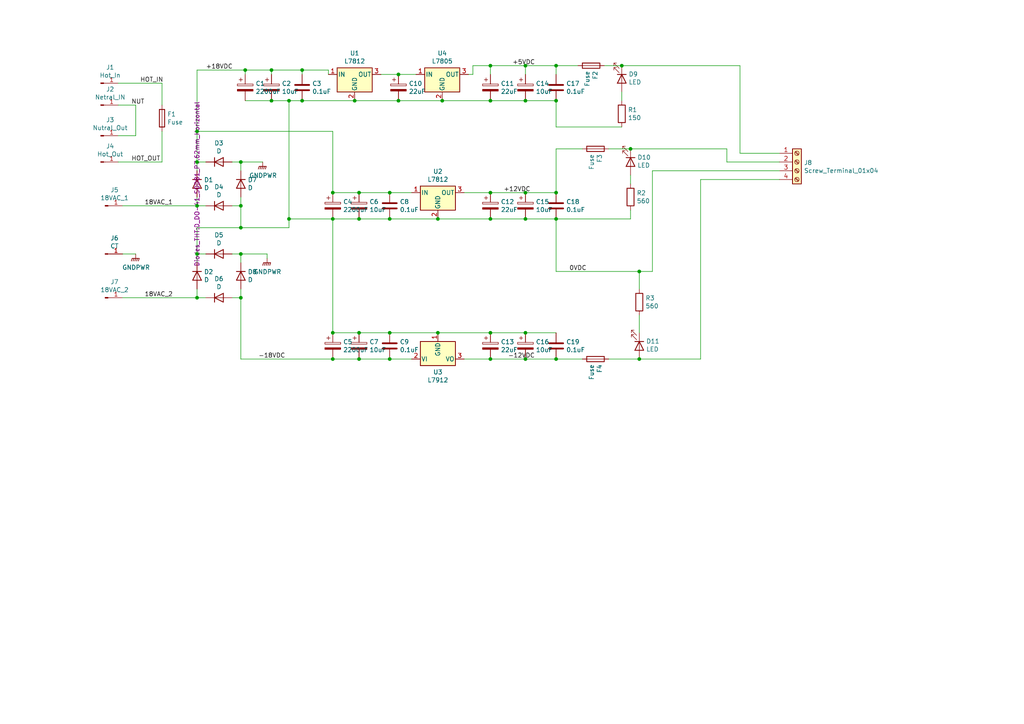
<source format=kicad_sch>
(kicad_sch (version 20250114) (generator "eeschema") (generator_version "9.0")
  (paper "A4")
  (lib_symbols
    (symbol "Connector:Conn_01x01_Male" (pin_names (offset 1.016) (hide yes))
      (property "Reference" "J" (at 0 2.54 0))
      (property "Value" "Conn_01x01_Male" (at 0 -2.54 0))
      (symbol "Conn_01x01_Male_1_1"
        (rectangle (start 0.8636 0.127) (end 0 -0.127) (stroke (width 0.1524)) (fill (type outline)))
        (polyline (pts (xy 1.27 0) (xy 0.8636 0)) (stroke (width 0.1524)))
        (pin passive line (at 5.08 0 180) (length 3.81) (name "Pin_1") (number "1"))
      )
    )
    (symbol "Connector:Screw_Terminal_01x04" (pin_names (offset 1.016) (hide yes))
      (property "Reference" "J" (at 0 5.08 0))
      (property "Value" "Screw_Terminal_01x04" (at 0 -7.62 0))
      (symbol "Screw_Terminal_01x04_1_1"
        (rectangle (start -1.27 3.81) (end 1.27 -6.35) (stroke (width 0.254)) (fill (type background)))
        (polyline (pts (xy -0.5334 2.8702) (xy 0.3302 2.032)) (stroke (width 0.1524)))
        (polyline (pts (xy -0.5334 0.3302) (xy 0.3302 -0.508)) (stroke (width 0.1524)))
        (polyline (pts (xy -0.5334 -2.2098) (xy 0.3302 -3.048)) (stroke (width 0.1524)))
        (polyline (pts (xy -0.5334 -4.7498) (xy 0.3302 -5.588)) (stroke (width 0.1524)))
        (polyline (pts (xy -0.3556 3.048) (xy 0.508 2.2098)) (stroke (width 0.1524)))
        (polyline (pts (xy -0.3556 0.508) (xy 0.508 -0.3302)) (stroke (width 0.1524)))
        (polyline (pts (xy -0.3556 -2.032) (xy 0.508 -2.8702)) (stroke (width 0.1524)))
        (polyline (pts (xy -0.3556 -4.572) (xy 0.508 -5.4102)) (stroke (width 0.1524)))
        (circle (center 0 2.54) (radius 0.635) (stroke (width 0.1524)))
        (circle (center 0 0) (radius 0.635) (stroke (width 0.1524)))
        (circle (center 0 -2.54) (radius 0.635) (stroke (width 0.1524)))
        (circle (center 0 -5.08) (radius 0.635) (stroke (width 0.1524)))
        (pin passive line (at -5.08 2.54 0) (length 3.81) (name "Pin_1") (number "1"))
        (pin passive line (at -5.08 0 0) (length 3.81) (name "Pin_2") (number "2"))
        (pin passive line (at -5.08 -2.54 0) (length 3.81) (name "Pin_3") (number "3"))
        (pin passive line (at -5.08 -5.08 0) (length 3.81) (name "Pin_4") (number "4"))
      )
    )
    (symbol "Device:C" (pin_numbers (hide yes)) (pin_names (offset 0.254))
      (property "Reference" "C" (at 0.635 2.54 0))
      (property "Value" "C" (at 0.635 -2.54 0))
      (symbol "C_0_1"
        (polyline (pts (xy -2.032 0.762) (xy 2.032 0.762)) (stroke (width 0.508)))
        (polyline (pts (xy -2.032 -0.762) (xy 2.032 -0.762)) (stroke (width 0.508)))
      )
      (symbol "C_1_1"
        (pin passive line (at 0 3.81 270) (length 2.794) (name "~") (number "1"))
        (pin passive line (at 0 -3.81 90) (length 2.794) (name "~") (number "2"))
      )
    )
    (symbol "Device:CP" (pin_numbers (hide yes)) (pin_names (offset 0.254))
      (property "Reference" "C" (at 0.635 2.54 0))
      (property "Value" "Device_CP" (at 0.635 -2.54 0))
      (symbol "CP_0_1"
        (rectangle (start -2.286 0.508) (end 2.286 1.016))
        (polyline (pts (xy -1.778 2.286) (xy -0.762 2.286)))
        (polyline (pts (xy -1.27 2.794) (xy -1.27 1.778)))
        (rectangle (start 2.286 -0.508) (end -2.286 -1.016) (fill (type outline)))
      )
      (symbol "CP_1_1"
        (pin passive line (at 0 3.81 270) (length 2.794) (name "~") (number "1"))
        (pin passive line (at 0 -3.81 90) (length 2.794) (name "~") (number "2"))
      )
    )
    (symbol "Device:D" (pin_numbers (hide yes)) (pin_names (offset 1.016) (hide yes))
      (property "Reference" "D" (at 0 2.54 0))
      (property "Value" "D" (at 0 -2.54 0))
      (symbol "D_0_1"
        (polyline (pts (xy -1.27 1.27) (xy -1.27 -1.27)) (stroke (width 0.254)))
        (polyline (pts (xy 1.27 1.27) (xy 1.27 -1.27) (xy -1.27 0) (xy 1.27 1.27)) (stroke (width 0.254)))
        (polyline (pts (xy 1.27 0) (xy -1.27 0)))
      )
      (symbol "D_1_1"
        (pin passive line (at -3.81 0 0) (length 2.54) (name "K") (number "1"))
        (pin passive line (at 3.81 0 180) (length 2.54) (name "A") (number "2"))
      )
    )
    (symbol "Device:Fuse" (pin_numbers (hide yes)) (pin_names (offset 0))
      (property "Reference" "F" (at 2.032 0 90))
      (property "Value" "Fuse" (at -1.905 0 90))
      (symbol "Fuse_0_1"
        (rectangle (start -0.762 -2.54) (end 0.762 2.54) (stroke (width 0.254)))
        (polyline (pts (xy 0 2.54) (xy 0 -2.54)))
      )
      (symbol "Fuse_1_1"
        (pin passive line (at 0 3.81 270) (length 1.27) (name "~") (number "1"))
        (pin passive line (at 0 -3.81 90) (length 1.27) (name "~") (number "2"))
      )
    )
    (symbol "Device:LED" (pin_numbers (hide yes)) (pin_names (offset 1.016) (hide yes))
      (property "Reference" "D" (at 0 2.54 0))
      (property "Value" "LED" (at 0 -2.54 0))
      (symbol "LED_0_1"
        (polyline (pts (xy -3.048 -0.762) (xy -4.572 -2.286) (xy -3.81 -2.286) (xy -4.572 -2.286) (xy -4.572 -1.524)))
        (polyline (pts (xy -1.778 -0.762) (xy -3.302 -2.286) (xy -2.54 -2.286) (xy -3.302 -2.286) (xy -3.302 -1.524)))
        (polyline (pts (xy -1.27 0) (xy 1.27 0)))
        (polyline (pts (xy -1.27 -1.27) (xy -1.27 1.27)) (stroke (width 0.254)))
        (polyline (pts (xy 1.27 -1.27) (xy 1.27 1.27) (xy -1.27 0) (xy 1.27 -1.27)) (stroke (width 0.254)))
      )
      (symbol "LED_1_1"
        (pin passive line (at -3.81 0 0) (length 2.54) (name "K") (number "1"))
        (pin passive line (at 3.81 0 180) (length 2.54) (name "A") (number "2"))
      )
    )
    (symbol "Device:R" (pin_numbers (hide yes)) (pin_names (offset 0))
      (property "Reference" "R" (at 2.032 0 90))
      (property "Value" "R" (at 0 0 90))
      (symbol "R_0_1"
        (rectangle (start -1.016 -2.54) (end 1.016 2.54) (stroke (width 0.254)))
      )
      (symbol "R_1_1"
        (pin passive line (at 0 3.81 270) (length 1.27) (name "~") (number "1"))
        (pin passive line (at 0 -3.81 90) (length 1.27) (name "~") (number "2"))
      )
    )
    (symbol "Regulator_Linear:L7805" (pin_names (offset 0.254))
      (property "Reference" "U" (at -3.81 3.175 0))
      (property "Value" "L7805" (at 0 3.175 0))
      (symbol "L7805_0_1"
        (rectangle (start -5.08 1.905) (end 5.08 -5.08) (stroke (width 0.254)) (fill (type background)))
      )
      (symbol "L7805_1_1"
        (pin power_in line (at -7.62 0 0) (length 2.54) (name "IN") (number "1"))
        (pin power_in line (at 0 -7.62 90) (length 2.54) (name "GND") (number "2"))
        (pin power_out line (at 7.62 0 180) (length 2.54) (name "OUT") (number "3"))
      )
    )
    (symbol "Regulator_Linear:L7812" (pin_names (offset 0.254))
      (property "Reference" "U" (at -3.81 3.175 0))
      (property "Value" "L7812" (at 0 3.175 0))
      (symbol "L7812_0_1"
        (rectangle (start -5.08 1.905) (end 5.08 -5.08) (stroke (width 0.254)) (fill (type background)))
      )
      (symbol "L7812_1_1"
        (pin power_in line (at -7.62 0 0) (length 2.54) (name "IN") (number "1"))
        (pin power_in line (at 0 -7.62 90) (length 2.54) (name "GND") (number "2"))
        (pin power_out line (at 7.62 0 180) (length 2.54) (name "OUT") (number "3"))
      )
    )
    (symbol "Regulator_Linear:L7912" (pin_names (offset 0.254))
      (property "Reference" "U" (at -3.81 -3.175 0))
      (property "Value" "L7912" (at 0 -3.175 0))
      (symbol "L7912_0_1"
        (rectangle (start -5.08 5.08) (end 5.08 -1.905) (stroke (width 0.254)) (fill (type background)))
      )
      (symbol "L7912_1_1"
        (pin power_in line (at -7.62 0 0) (length 2.54) (name "VI") (number "2"))
        (pin power_in line (at 0 7.62 270) (length 2.54) (name "GND") (number "1"))
        (pin power_out line (at 7.62 0 180) (length 2.54) (name "VO") (number "3"))
      )
    )
    (symbol "power:GNDPWR" (power) (pin_names (offset 0))
      (property "Value" "GNDPWR" (at 0 -3.302 0))
      (symbol "GNDPWR_0_1"
        (polyline (pts (xy -1.016 -1.27) (xy -1.27 -2.032) (xy -1.27 -2.032)) (stroke (width 0.2032)))
        (polyline (pts (xy -0.508 -1.27) (xy -0.762 -2.032) (xy -0.762 -2.032)) (stroke (width 0.2032)))
        (polyline (pts (xy 0 -1.27) (xy 0 0)))
        (polyline (pts (xy 0 -1.27) (xy -0.254 -2.032) (xy -0.254 -2.032)) (stroke (width 0.2032)))
        (polyline (pts (xy 0.508 -1.27) (xy 0.254 -2.032) (xy 0.254 -2.032)) (stroke (width 0.2032)))
        (polyline (pts (xy 1.016 -1.27) (xy -1.016 -1.27) (xy -1.016 -1.27)) (stroke (width 0.2032)))
        (polyline (pts (xy 1.016 -1.27) (xy 0.762 -2.032) (xy 0.762 -2.032) (xy 0.762 -2.032)) (stroke (width 0.2032)))
      )
      (symbol "GNDPWR_1_1"
        (pin power_in line (at 0 0 270) (length 0) (hide yes) (name "GNDPWR") (number "1"))
      )
    )
  )
  (junction (at 152.4 19.05))
  (junction (at 182.88 43.18))
  (junction (at 115.57 29.21))
  (junction (at 69.85 59.69))
  (junction (at 180.34 19.05))
  (junction (at 185.42 78.74))
  (junction (at 127 96.52))
  (junction (at 83.82 63.5))
  (junction (at 113.03 104.14))
  (junction (at 57.15 73.66))
  (junction (at 142.24 55.88))
  (junction (at 57.15 38.1))
  (junction (at 104.14 55.88))
  (junction (at 142.24 63.5))
  (junction (at 152.4 63.5))
  (junction (at 96.52 63.5))
  (junction (at 102.87 29.21))
  (junction (at 152.4 104.14))
  (junction (at 87.63 20.32))
  (junction (at 127 63.5))
  (junction (at 83.82 29.21))
  (junction (at 87.63 29.21))
  (junction (at 69.85 73.66))
  (junction (at 57.15 46.99))
  (junction (at 185.42 104.14))
  (junction (at 78.74 29.21))
  (junction (at 142.24 29.21))
  (junction (at 128.27 29.21))
  (junction (at 152.4 29.21))
  (junction (at 113.03 96.52))
  (junction (at 115.57 21.59))
  (junction (at 142.24 96.52))
  (junction (at 57.15 86.36))
  (junction (at 104.14 63.5))
  (junction (at 161.29 63.5))
  (junction (at 142.24 19.05))
  (junction (at 104.14 104.14))
  (junction (at 152.4 55.88))
  (junction (at 96.52 55.88))
  (junction (at 71.12 20.32))
  (junction (at 69.85 86.36))
  (junction (at 69.85 66.04))
  (junction (at 161.29 104.14))
  (junction (at 69.85 46.99))
  (junction (at 113.03 55.88))
  (junction (at 96.52 104.14))
  (junction (at 152.4 96.52))
  (junction (at 57.15 59.69))
  (junction (at 161.29 19.05))
  (junction (at 142.24 104.14))
  (junction (at 161.29 29.21))
  (junction (at 78.74 20.32))
  (junction (at 104.14 96.52))
  (junction (at 161.29 55.88))
  (junction (at 113.03 63.5))
  (junction (at 96.52 96.52))
  (wire (pts (xy 152.4 104.14) (xy 161.29 104.14)))
  (wire (pts (xy 104.14 63.5) (xy 113.03 63.5)))
  (wire (pts (xy 57.15 38.1) (xy 57.15 20.32)))
  (wire (pts (xy 69.85 59.69) (xy 67.31 59.69)))
  (wire (pts (xy 182.88 43.18) (xy 210.82 43.18)))
  (wire (pts (xy 39.37 30.48) (xy 39.37 39.37)))
  (wire (pts (xy 59.69 86.36) (xy 57.15 86.36)))
  (wire (pts (xy 142.24 63.5) (xy 152.4 63.5)))
  (wire (pts (xy 161.29 78.74) (xy 161.29 63.5)))
  (wire (pts (xy 57.15 38.1) (xy 96.52 38.1)))
  (wire (pts (xy 185.42 83.82) (xy 185.42 78.74)))
  (wire (pts (xy 83.82 66.04) (xy 83.82 63.5)))
  (wire (pts (xy 69.85 86.36) (xy 69.85 104.14)))
  (wire (pts (xy 161.29 78.74) (xy 185.42 78.74)))
  (wire (pts (xy 142.24 19.05) (xy 152.4 19.05)))
  (wire (pts (xy 134.62 55.88) (xy 142.24 55.88)))
  (wire (pts (xy 57.15 46.99) (xy 57.15 38.1)))
  (wire (pts (xy 57.15 49.53) (xy 57.15 46.99)))
  (wire (pts (xy 189.23 49.53) (xy 189.23 78.74)))
  (wire (pts (xy 214.63 19.05) (xy 180.34 19.05)))
  (wire (pts (xy 142.24 21.59) (xy 142.24 19.05)))
  (wire (pts (xy 57.15 59.69) (xy 57.15 57.15)))
  (wire (pts (xy 57.15 20.32) (xy 71.12 20.32)))
  (wire (pts (xy 57.15 76.2) (xy 57.15 73.66)))
  (wire (pts (xy 119.38 55.88) (xy 113.03 55.88)))
  (wire (pts (xy 127 63.5) (xy 142.24 63.5)))
  (wire (pts (xy 67.31 73.66) (xy 69.85 73.66)))
  (wire (pts (xy 46.99 38.1) (xy 46.99 46.99)))
  (wire (pts (xy 35.56 73.66) (xy 39.37 73.66)))
  (wire (pts (xy 128.27 29.21) (xy 142.24 29.21)))
  (wire (pts (xy 142.24 104.14) (xy 134.62 104.14)))
  (wire (pts (xy 180.34 26.67) (xy 180.34 29.21)))
  (wire (pts (xy 226.06 52.07) (xy 203.2 52.07)))
  (wire (pts (xy 96.52 96.52) (xy 104.14 96.52)))
  (wire (pts (xy 69.85 86.36) (xy 67.31 86.36)))
  (wire (pts (xy 78.74 21.59) (xy 78.74 20.32)))
  (wire (pts (xy 95.25 20.32) (xy 95.25 21.59)))
  (wire (pts (xy 120.65 21.59) (xy 115.57 21.59)))
  (wire (pts (xy 210.82 43.18) (xy 210.82 46.99)))
  (wire (pts (xy 142.24 96.52) (xy 127 96.52)))
  (wire (pts (xy 152.4 55.88) (xy 161.29 55.88)))
  (wire (pts (xy 102.87 29.21) (xy 87.63 29.21)))
  (wire (pts (xy 203.2 52.07) (xy 203.2 104.14)))
  (wire (pts (xy 119.38 104.14) (xy 113.03 104.14)))
  (wire (pts (xy 87.63 21.59) (xy 87.63 20.32)))
  (wire (pts (xy 69.85 73.66) (xy 77.47 73.66)))
  (wire (pts (xy 83.82 63.5) (xy 96.52 63.5)))
  (wire (pts (xy 214.63 19.05) (xy 214.63 44.45)))
  (wire (pts (xy 96.52 63.5) (xy 104.14 63.5)))
  (wire (pts (xy 182.88 60.96) (xy 182.88 63.5)))
  (wire (pts (xy 69.85 57.15) (xy 69.85 59.69)))
  (wire (pts (xy 189.23 49.53) (xy 226.06 49.53)))
  (wire (pts (xy 176.53 43.18) (xy 182.88 43.18)))
  (wire (pts (xy 71.12 21.59) (xy 71.12 20.32)))
  (wire (pts (xy 69.85 73.66) (xy 69.85 76.2)))
  (wire (pts (xy 180.34 36.83) (xy 161.29 36.83)))
  (wire (pts (xy 175.26 19.05) (xy 180.34 19.05)))
  (wire (pts (xy 142.24 19.05) (xy 137.16 19.05)))
  (wire (pts (xy 59.69 59.69) (xy 57.15 59.69)))
  (wire (pts (xy 203.2 104.14) (xy 185.42 104.14)))
  (wire (pts (xy 127 96.52) (xy 113.03 96.52)))
  (wire (pts (xy 161.29 43.18) (xy 161.29 55.88)))
  (wire (pts (xy 115.57 29.21) (xy 128.27 29.21)))
  (wire (pts (xy 46.99 24.13) (xy 46.99 30.48)))
  (wire (pts (xy 96.52 55.88) (xy 104.14 55.88)))
  (wire (pts (xy 57.15 73.66) (xy 59.69 73.66)))
  (wire (pts (xy 185.42 96.52) (xy 185.42 91.44)))
  (wire (pts (xy 46.99 46.99) (xy 34.29 46.99)))
  (wire (pts (xy 185.42 78.74) (xy 189.23 78.74)))
  (wire (pts (xy 104.14 55.88) (xy 113.03 55.88)))
  (wire (pts (xy 104.14 104.14) (xy 113.03 104.14)))
  (wire (pts (xy 104.14 96.52) (xy 113.03 96.52)))
  (wire (pts (xy 161.29 21.59) (xy 161.29 19.05)))
  (wire (pts (xy 87.63 20.32) (xy 95.25 20.32)))
  (wire (pts (xy 152.4 29.21) (xy 161.29 29.21)))
  (wire (pts (xy 110.49 21.59) (xy 115.57 21.59)))
  (wire (pts (xy 69.85 66.04) (xy 69.85 59.69)))
  (wire (pts (xy 69.85 66.04) (xy 83.82 66.04)))
  (wire (pts (xy 78.74 29.21) (xy 83.82 29.21)))
  (wire (pts (xy 87.63 29.21) (xy 83.82 29.21)))
  (wire (pts (xy 83.82 63.5) (xy 83.82 29.21)))
  (wire (pts (xy 78.74 20.32) (xy 87.63 20.32)))
  (wire (pts (xy 67.31 46.99) (xy 69.85 46.99)))
  (wire (pts (xy 102.87 29.21) (xy 115.57 29.21)))
  (wire (pts (xy 182.88 63.5) (xy 161.29 63.5)))
  (wire (pts (xy 69.85 104.14) (xy 96.52 104.14)))
  (wire (pts (xy 69.85 46.99) (xy 76.2 46.99)))
  (wire (pts (xy 35.56 59.69) (xy 57.15 59.69)))
  (wire (pts (xy 96.52 38.1) (xy 96.52 55.88)))
  (wire (pts (xy 152.4 63.5) (xy 161.29 63.5)))
  (wire (pts (xy 34.29 24.13) (xy 46.99 24.13)))
  (wire (pts (xy 113.03 63.5) (xy 127 63.5)))
  (wire (pts (xy 161.29 104.14) (xy 168.91 104.14)))
  (wire (pts (xy 142.24 96.52) (xy 152.4 96.52)))
  (wire (pts (xy 161.29 36.83) (xy 161.29 29.21)))
  (wire (pts (xy 77.47 73.66) (xy 77.47 74.93)))
  (wire (pts (xy 71.12 20.32) (xy 78.74 20.32)))
  (wire (pts (xy 57.15 46.99) (xy 59.69 46.99)))
  (wire (pts (xy 161.29 19.05) (xy 167.64 19.05)))
  (wire (pts (xy 142.24 104.14) (xy 152.4 104.14)))
  (wire (pts (xy 57.15 66.04) (xy 69.85 66.04)))
  (wire (pts (xy 35.56 86.36) (xy 57.15 86.36)))
  (wire (pts (xy 214.63 44.45) (xy 226.06 44.45)))
  (wire (pts (xy 210.82 46.99) (xy 226.06 46.99)))
  (wire (pts (xy 69.85 83.82) (xy 69.85 86.36)))
  (wire (pts (xy 57.15 73.66) (xy 57.15 66.04)))
  (wire (pts (xy 168.91 43.18) (xy 161.29 43.18)))
  (wire (pts (xy 96.52 96.52) (xy 96.52 63.5)))
  (wire (pts (xy 96.52 104.14) (xy 104.14 104.14)))
  (wire (pts (xy 137.16 19.05) (xy 137.16 21.59)))
  (wire (pts (xy 142.24 29.21) (xy 152.4 29.21)))
  (wire (pts (xy 152.4 96.52) (xy 161.29 96.52)))
  (wire (pts (xy 176.53 104.14) (xy 185.42 104.14)))
  (wire (pts (xy 71.12 29.21) (xy 78.74 29.21)))
  (wire (pts (xy 182.88 50.8) (xy 182.88 53.34)))
  (wire (pts (xy 39.37 39.37) (xy 34.29 39.37)))
  (wire (pts (xy 142.24 55.88) (xy 152.4 55.88)))
  (wire (pts (xy 57.15 86.36) (xy 57.15 83.82)))
  (wire (pts (xy 152.4 19.05) (xy 161.29 19.05)))
  (wire (pts (xy 34.29 30.48) (xy 39.37 30.48)))
  (wire (pts (xy 137.16 21.59) (xy 135.89 21.59)))
  (wire (pts (xy 152.4 21.59) (xy 152.4 19.05)))
  (wire (pts (xy 69.85 46.99) (xy 69.85 49.53)))
  (label "+12VDC" (at 146.05 55.88 0))
  (label "HOT_OUT" (at 38.1 46.99 0))
  (label "-12VDC" (at 147.32 104.14 0))
  (label "-18VDC" (at 74.93 104.14 0))
  (label "HOT_IN" (at 40.64 24.13 0))
  (label "+5VDC" (at 148.59 19.05 0))
  (label "NUT" (at 38.1 30.48 0))
  (label "18VAC_1" (at 41.91 59.69 0))
  (label "+18VDC" (at 59.69 20.32 0))
  (label "0VDC" (at 165.1 78.74 0))
  (label "18VAC_2" (at 41.91 86.36 0))
  (symbol (lib_id "Device:Fuse") (at 46.99 34.29 0) (unit 1)
    (property "Reference" "F1" (at 48.514 33.1216 0) (effects (justify left)))
    (property "Value" "Fuse" (at 48.514 35.433 0) (effects (justify left)))
    (property "Footprint" "Fuse_Holders_and_Fuses:Fuseholder5x20_horiz_open_inline_Type-I" (effects (hide yes)))
  )
  (symbol (lib_id "Device:C") (at 113.03 100.33 0) (unit 1)
    (property "Reference" "C9" (at 115.951 99.1616 0) (effects (justify left)))
    (property "Value" "0.1uF" (at 115.951 101.473 0) (effects (justify left)))
    (property "Footprint" "Capacitors_THT:C_Disc_D4.7mm_W2.5mm_P5.00mm" (effects (hide yes)))
  )
  (symbol (lib_id "Device:C") (at 113.03 59.69 0) (unit 1)
    (property "Reference" "C8" (at 115.951 58.5216 0) (effects (justify left)))
    (property "Value" "0.1uF" (at 115.951 60.833 0) (effects (justify left)))
    (property "Footprint" "Capacitors_THT:C_Disc_D4.7mm_W2.5mm_P5.00mm" (effects (hide yes)))
  )
  (symbol (lib_id "Device:C") (at 161.29 59.69 0) (unit 1)
    (property "Reference" "C18" (at 164.211 58.5216 0) (effects (justify left)))
    (property "Value" "0.1uF" (at 164.211 60.833 0) (effects (justify left)))
    (property "Footprint" "Capacitors_THT:C_Disc_D4.7mm_W2.5mm_P5.00mm" (effects (hide yes)))
  )
  (symbol (lib_id "Device:C") (at 161.29 100.33 0) (unit 1)
    (property "Reference" "C19" (at 164.211 99.1616 0) (effects (justify left)))
    (property "Value" "0.1uF" (at 164.211 101.473 0) (effects (justify left)))
    (property "Footprint" "Capacitors_THT:C_Disc_D4.7mm_W2.5mm_P5.00mm" (effects (hide yes)))
  )
  (symbol (lib_id "Regulator_Linear:L7812") (at 127 55.88 0) (unit 1)
    (property "Reference" "U2" (at 127 49.7332 0))
    (property "Value" "L7812" (at 127 52.0446 0))
    (property "Footprint" "TO_SOT_Packages_THT:TO-220-3_Vertical" (effects (hide yes)))
    (property "Datasheet" "http://www.st.com/content/ccc/resource/technical/document/datasheet/41/4f/b3/b0/12/d4/47/88/CD00000444.pdf/files/CD00000444.pdf/jcr:content/translations/en.CD00000444.pdf" (effects (hide yes)))
  )
  (symbol (lib_id "Regulator_Linear:L7912") (at 127 104.14 0) (unit 1)
    (property "Reference" "U3" (at 127 107.9246 0))
    (property "Value" "L7912" (at 127 110.236 0))
    (property "Footprint" "TO_SOT_Packages_THT:TO-220-3_Vertical" (effects (hide yes)))
    (property "Datasheet" "http://www.st.com/content/ccc/resource/technical/document/datasheet/c9/16/86/41/c7/2b/45/f2/CD00000450.pdf/files/CD00000450.pdf/jcr:content/translations/en.CD00000450.pdf" (effects (hide yes)))
  )
  (symbol (lib_id "Device:CP") (at 96.52 59.69 0) (unit 1)
    (property "Reference" "C4" (at 99.5172 58.5216 0) (effects (justify left)))
    (property "Value" "2200uF" (at 99.5172 60.833 0) (effects (justify left)))
    (property "Footprint" "Capacitors_THT:CP_Radial_D16.0mm_P7.50mm" (effects (hide yes)))
  )
  (symbol (lib_id "Device:CP") (at 96.52 100.33 0) (unit 1)
    (property "Reference" "C5" (at 99.5172 99.1616 0) (effects (justify left)))
    (property "Value" "2200uF" (at 99.5172 101.473 0) (effects (justify left)))
    (property "Footprint" "Capacitors_THT:CP_Radial_D16.0mm_P7.50mm" (effects (hide yes)))
  )
  (symbol (lib_id "Device:R") (at 185.42 87.63 0) (unit 1)
    (property "Reference" "R3" (at 187.198 86.4616 0) (effects (justify left)))
    (property "Value" "560" (at 187.198 88.773 0) (effects (justify left)))
    (property "Footprint" "Resistors_THT:R_Axial_DIN0207_L6.3mm_D2.5mm_P7.62mm_Horizontal" (effects (hide yes)))
  )
  (symbol (lib_id "Device:R") (at 182.88 57.15 0) (unit 1)
    (property "Reference" "R2" (at 184.658 55.9816 0) (effects (justify left)))
    (property "Value" "560" (at 184.658 58.293 0) (effects (justify left)))
    (property "Footprint" "Resistors_THT:R_Axial_DIN0207_L6.3mm_D2.5mm_P7.62mm_Horizontal" (effects (hide yes)))
  )
  (symbol (lib_id "Device:LED") (at 182.88 46.99 270) (unit 1)
    (property "Reference" "D10" (at 184.8612 45.6438 90) (effects (justify left)))
    (property "Value" "LED" (at 184.8612 47.9552 90) (effects (justify left)))
    (property "Footprint" "LEDs:LED_D5.0mm" (effects (hide yes)))
  )
  (symbol (lib_id "Device:LED") (at 185.42 100.33 270) (unit 1)
    (property "Reference" "D11" (at 187.4012 98.9838 90) (effects (justify left)))
    (property "Value" "LED" (at 187.4012 101.2952 90) (effects (justify left)))
    (property "Footprint" "LEDs:LED_D5.0mm" (effects (hide yes)))
  )
  (symbol (lib_id "Connector:Conn_01x01_Male") (at 30.48 86.36 0) (unit 1)
    (property "Reference" "J7" (at 33.2232 81.7626 0))
    (property "Value" "18VAC_2" (at 33.2232 84.074 0))
    (property "Footprint" "Custom_Library:TAB_Conn" (effects (hide yes)))
  )
  (symbol (lib_id "Connector:Conn_01x01_Male") (at 30.48 73.66 0) (unit 1)
    (property "Reference" "J6" (at 33.2232 69.0626 0))
    (property "Value" "CT" (at 33.2232 71.374 0))
    (property "Footprint" "Custom_Library:TAB_Conn" (effects (hide yes)))
  )
  (symbol (lib_id "Connector:Conn_01x01_Male") (at 29.21 24.13 0) (unit 1)
    (property "Reference" "J1" (at 31.9532 19.5326 0))
    (property "Value" "Hot_In" (at 31.9532 21.844 0))
    (property "Footprint" "Custom_Library:TAB_Conn" (effects (hide yes)))
  )
  (symbol (lib_id "Connector:Conn_01x01_Male") (at 29.21 30.48 0) (unit 1)
    (property "Reference" "J2" (at 31.9532 25.8826 0))
    (property "Value" "Netral_IN" (at 31.9532 28.194 0))
    (property "Footprint" "Custom_Library:TAB_Conn" (effects (hide yes)))
  )
  (symbol (lib_id "Connector:Conn_01x01_Male") (at 29.21 39.37 0) (unit 1)
    (property "Reference" "J3" (at 31.9532 34.7726 0))
    (property "Value" "Nutral_Out" (at 31.9532 37.084 0))
    (property "Footprint" "Custom_Library:TAB_Conn" (effects (hide yes)))
  )
  (symbol (lib_id "Connector:Conn_01x01_Male") (at 29.21 46.99 0) (unit 1)
    (property "Reference" "J4" (at 31.9532 42.3926 0))
    (property "Value" "Hot_Out" (at 31.9532 44.704 0))
    (property "Footprint" "Custom_Library:TAB_Conn" (effects (hide yes)))
  )
  (symbol (lib_id "Connector:Conn_01x01_Male") (at 30.48 59.69 0) (unit 1)
    (property "Reference" "J5" (at 33.2232 55.0926 0))
    (property "Value" "18VAC_1" (at 33.2232 57.404 0))
    (property "Footprint" "Custom_Library:TAB_Conn" (effects (hide yes)))
  )
  (symbol (lib_id "power:GNDPWR") (at 39.37 73.66 0) (unit 1)
    (property "Reference" "#PWR0101" (effects (hide yes)))
    (property "Value" "GNDPWR" (at 39.4716 77.5716 0))
  )
  (symbol (lib_id "Device:D") (at 57.15 53.34 270) (unit 1)
    (property "Reference" "D1" (at 59.1566 52.1716 90) (effects (justify left)))
    (property "Value" "D" (at 59.1566 54.483 90) (effects (justify left)))
    (property "Footprint" "Diodes_THT:D_DO-41_SOD81_P7.62mm_Horizontal" (at 57.15 53.34 0))
  )
  (symbol (lib_id "Device:D") (at 63.5 46.99 0) (unit 1)
    (property "Reference" "D3" (at 63.5 41.5036 0))
    (property "Value" "D" (at 63.5 43.815 0))
    (property "Footprint" "Diodes_THT:D_DO-41_SOD81_P7.62mm_Horizontal" (effects (hide yes)))
  )
  (symbol (lib_id "Device:D") (at 63.5 59.69 0) (unit 1)
    (property "Reference" "D4" (at 63.5 54.2036 0))
    (property "Value" "D" (at 63.5 56.515 0))
    (property "Footprint" "Diodes_THT:D_DO-41_SOD81_P7.62mm_Horizontal" (effects (hide yes)))
  )
  (symbol (lib_id "Device:D") (at 69.85 53.34 270) (unit 1)
    (property "Reference" "D7" (at 71.8566 52.1716 90) (effects (justify left)))
    (property "Value" "D" (at 71.8566 54.483 90) (effects (justify left)))
    (property "Footprint" "Diodes_THT:D_DO-41_SOD81_P7.62mm_Horizontal" (effects (hide yes)))
  )
  (symbol (lib_id "Device:D") (at 57.15 80.01 270) (unit 1)
    (property "Reference" "D2" (at 59.1566 78.8416 90) (effects (justify left)))
    (property "Value" "D" (at 59.1566 81.153 90) (effects (justify left)))
    (property "Footprint" "Diodes_THT:D_DO-41_SOD81_P7.62mm_Horizontal" (effects (hide yes)))
  )
  (symbol (lib_id "Device:D") (at 63.5 73.66 0) (unit 1)
    (property "Reference" "D5" (at 63.5 68.1736 0))
    (property "Value" "D" (at 63.5 70.485 0))
    (property "Footprint" "Diodes_THT:D_DO-41_SOD81_P7.62mm_Horizontal" (effects (hide yes)))
  )
  (symbol (lib_id "Device:D") (at 63.5 86.36 0) (unit 1)
    (property "Reference" "D6" (at 63.5 80.8736 0))
    (property "Value" "D" (at 63.5 83.185 0))
    (property "Footprint" "Diodes_THT:D_DO-41_SOD81_P7.62mm_Horizontal" (effects (hide yes)))
  )
  (symbol (lib_id "Device:D") (at 69.85 80.01 270) (unit 1)
    (property "Reference" "D8" (at 71.8566 78.8416 90) (effects (justify left)))
    (property "Value" "D" (at 71.8566 81.153 90) (effects (justify left)))
    (property "Footprint" "Diodes_THT:D_DO-41_SOD81_P7.62mm_Horizontal" (effects (hide yes)))
  )
  (symbol (lib_id "power:GNDPWR") (at 77.47 74.93 0) (unit 1)
    (property "Reference" "#PWR0102" (effects (hide yes)))
    (property "Value" "GNDPWR" (at 77.5716 78.8416 0))
  )
  (symbol (lib_id "power:GNDPWR") (at 76.2 46.99 0) (unit 1)
    (property "Reference" "#PWR0103" (effects (hide yes)))
    (property "Value" "GNDPWR" (at 76.3016 50.9016 0))
  )
  (symbol (lib_id "Device:CP") (at 142.24 59.69 0) (unit 1)
    (property "Reference" "C12" (at 145.2372 58.5216 0) (effects (justify left)))
    (property "Value" "22uF" (at 145.2372 60.833 0) (effects (justify left)))
    (property "Footprint" "Capacitors_THT:CP_Radial_D5.0mm_P2.00mm" (effects (hide yes)))
  )
  (symbol (lib_id "Device:CP") (at 142.24 100.33 0) (unit 1)
    (property "Reference" "C13" (at 145.2372 99.1616 0) (effects (justify left)))
    (property "Value" "22uF" (at 145.2372 101.473 0) (effects (justify left)))
    (property "Footprint" "Capacitors_THT:CP_Radial_D5.0mm_P2.00mm" (effects (hide yes)))
  )
  (symbol (lib_id "Device:C") (at 87.63 25.4 0) (unit 1)
    (property "Reference" "C3" (at 90.551 24.2316 0) (effects (justify left)))
    (property "Value" "0.1uF" (at 90.551 26.543 0) (effects (justify left)))
    (property "Footprint" "Capacitors_THT:C_Disc_D4.7mm_W2.5mm_P5.00mm" (effects (hide yes)))
  )
  (symbol (lib_id "Device:C") (at 161.29 25.4 0) (unit 1)
    (property "Reference" "C17" (at 164.211 24.2316 0) (effects (justify left)))
    (property "Value" "0.1uF" (at 164.211 26.543 0) (effects (justify left)))
    (property "Footprint" "Capacitors_THT:C_Disc_D4.7mm_W2.5mm_P5.00mm" (effects (hide yes)))
  )
  (symbol (lib_id "Device:CP") (at 71.12 25.4 0) (unit 1)
    (property "Reference" "C1" (at 74.1172 24.2316 0) (effects (justify left)))
    (property "Value" "2200uF" (at 74.1172 26.543 0) (effects (justify left)))
    (property "Footprint" "Capacitors_THT:CP_Radial_D16.0mm_P7.50mm" (effects (hide yes)))
  )
  (symbol (lib_id "Device:R") (at 180.34 33.02 0) (unit 1)
    (property "Reference" "R1" (at 182.118 31.8516 0) (effects (justify left)))
    (property "Value" "150" (at 182.118 34.163 0) (effects (justify left)))
    (property "Footprint" "Resistors_THT:R_Axial_DIN0207_L6.3mm_D2.5mm_P7.62mm_Horizontal" (effects (hide yes)))
  )
  (symbol (lib_id "Device:LED") (at 180.34 22.86 270) (unit 1)
    (property "Reference" "D9" (at 182.3212 21.5138 90) (effects (justify left)))
    (property "Value" "LED" (at 182.3212 23.8252 90) (effects (justify left)))
    (property "Footprint" "LEDs:LED_D5.0mm" (effects (hide yes)))
  )
  (symbol (lib_id "Device:CP") (at 142.24 25.4 0) (unit 1)
    (property "Reference" "C11" (at 145.2372 24.2316 0) (effects (justify left)))
    (property "Value" "22uF" (at 145.2372 26.543 0) (effects (justify left)))
    (property "Footprint" "Capacitors_THT:CP_Radial_D5.0mm_P2.00mm" (effects (hide yes)))
  )
  (symbol (lib_id "Regulator_Linear:L7805") (at 128.27 21.59 0) (unit 1)
    (property "Reference" "U4" (at 128.27 15.4432 0))
    (property "Value" "L7805" (at 128.27 17.7546 0))
    (property "Footprint" "TO_SOT_Packages_THT:TO-220-3_Vertical" (effects (hide yes)))
    (property "Datasheet" "http://www.st.com/content/ccc/resource/technical/document/datasheet/41/4f/b3/b0/12/d4/47/88/CD00000444.pdf/files/CD00000444.pdf/jcr:content/translations/en.CD00000444.pdf" (effects (hide yes)))
  )
  (symbol (lib_id "Regulator_Linear:L7812") (at 102.87 21.59 0) (unit 1)
    (property "Reference" "U1" (at 102.87 15.4432 0))
    (property "Value" "L7812" (at 102.87 17.7546 0))
    (property "Footprint" "TO_SOT_Packages_THT:TO-220-3_Vertical" (effects (hide yes)))
    (property "Datasheet" "http://www.st.com/content/ccc/resource/technical/document/datasheet/41/4f/b3/b0/12/d4/47/88/CD00000444.pdf/files/CD00000444.pdf/jcr:content/translations/en.CD00000444.pdf" (effects (hide yes)))
  )
  (symbol (lib_id "Device:CP") (at 115.57 25.4 0) (unit 1)
    (property "Reference" "C10" (at 118.5672 24.2316 0) (effects (justify left)))
    (property "Value" "22uF" (at 118.5672 26.543 0) (effects (justify left)))
    (property "Footprint" "Capacitors_THT:CP_Radial_D5.0mm_P2.00mm" (effects (hide yes)))
  )
  (symbol (lib_id "Device:Fuse") (at 171.45 19.05 270) (unit 1)
    (property "Reference" "F2" (at 172.6184 20.574 0) (effects (justify left)))
    (property "Value" "Fuse" (at 170.307 20.574 0) (effects (justify left)))
    (property "Footprint" "Fuse_Holders_and_Fuses:Fuseholder5x20_horiz_open_inline_Type-I" (effects (hide yes)))
  )
  (symbol (lib_id "Device:Fuse") (at 172.72 43.18 270) (unit 1)
    (property "Reference" "F3" (at 173.8884 44.704 0) (effects (justify left)))
    (property "Value" "Fuse" (at 171.577 44.704 0) (effects (justify left)))
    (property "Footprint" "Fuse_Holders_and_Fuses:Fuseholder5x20_horiz_open_inline_Type-I" (effects (hide yes)))
  )
  (symbol (lib_id "Device:Fuse") (at 172.72 104.14 270) (unit 1)
    (property "Reference" "F4" (at 173.8884 105.664 0) (effects (justify left)))
    (property "Value" "Fuse" (at 171.577 105.664 0) (effects (justify left)))
    (property "Footprint" "Fuse_Holders_and_Fuses:Fuseholder5x20_horiz_open_inline_Type-I" (effects (hide yes)))
  )
  (symbol (lib_id "Device:CP") (at 78.74 25.4 0) (unit 1)
    (property "Reference" "C2" (at 81.7372 24.2316 0) (effects (justify left)))
    (property "Value" "10uF" (at 81.7372 26.543 0) (effects (justify left)))
    (property "Footprint" "Capacitors_THT:CP_Radial_D5.0mm_P2.00mm" (effects (hide yes)))
  )
  (symbol (lib_id "Device:CP") (at 104.14 59.69 0) (unit 1)
    (property "Reference" "C6" (at 107.1372 58.5216 0) (effects (justify left)))
    (property "Value" "10uF" (at 107.1372 60.833 0) (effects (justify left)))
    (property "Footprint" "Capacitors_THT:CP_Radial_D5.0mm_P2.00mm" (effects (hide yes)))
  )
  (symbol (lib_id "Device:CP") (at 104.14 100.33 0) (unit 1)
    (property "Reference" "C7" (at 107.1372 99.1616 0) (effects (justify left)))
    (property "Value" "10uF" (at 107.1372 101.473 0) (effects (justify left)))
    (property "Footprint" "Capacitors_THT:CP_Radial_D5.0mm_P2.00mm" (effects (hide yes)))
  )
  (symbol (lib_id "Device:CP") (at 152.4 25.4 0) (unit 1)
    (property "Reference" "C14" (at 155.3972 24.2316 0) (effects (justify left)))
    (property "Value" "10uF" (at 155.3972 26.543 0) (effects (justify left)))
    (property "Footprint" "Capacitors_THT:CP_Radial_D5.0mm_P2.00mm" (effects (hide yes)))
  )
  (symbol (lib_id "Device:CP") (at 152.4 59.69 0) (unit 1)
    (property "Reference" "C15" (at 155.3972 58.5216 0) (effects (justify left)))
    (property "Value" "10uF" (at 155.3972 60.833 0) (effects (justify left)))
    (property "Footprint" "Capacitors_THT:CP_Radial_D5.0mm_P2.00mm" (effects (hide yes)))
  )
  (symbol (lib_id "Device:CP") (at 152.4 100.33 0) (unit 1)
    (property "Reference" "C16" (at 155.3972 99.1616 0) (effects (justify left)))
    (property "Value" "10uF" (at 155.3972 101.473 0) (effects (justify left)))
    (property "Footprint" "Capacitors_THT:CP_Radial_D5.0mm_P2.00mm" (effects (hide yes)))
  )
  (symbol (lib_id "Connector:Screw_Terminal_01x04") (at 231.14 46.99 0) (unit 1)
    (property "Reference" "J8" (at 233.172 47.1932 0) (effects (justify left)))
    (property "Value" "Screw_Terminal_01x04" (at 233.172 49.5046 0) (effects (justify left)))
    (property "Footprint" "Connectors_Terminal_Blocks:TerminalBlock_bornier-4_P5.08mm" (effects (hide yes)))
  )
)
</source>
